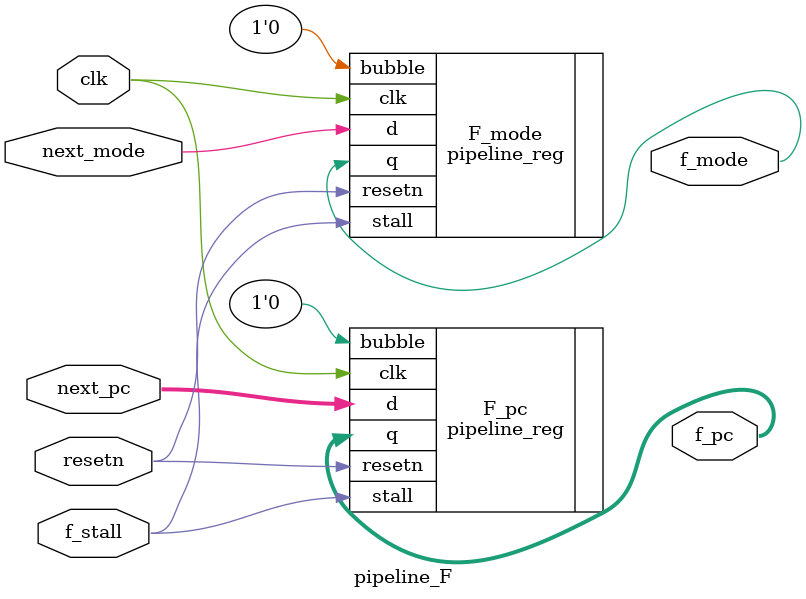
<source format=v>
module pipeline_F(
	input clk, resetn, f_stall, 
	input [31:0] next_pc,
	input next_mode,
	output [31:0] f_pc,
	output f_mode);

pipeline_reg #(
	.WIDTH(32),
	.RESET_V(0)
) F_pc(
	.clk(clk),
	.resetn(resetn),
	.stall(f_stall),
	.bubble(1'b0),
	.d(next_pc),
	.q(f_pc)
);

pipeline_reg #(
	.RESET_V(0)
) F_mode(
	.clk(clk),
	.resetn(resetn),
	.stall(f_stall),
	.bubble(1'b0),
	.d(next_mode),
	.q(f_mode)
);

endmodule

</source>
